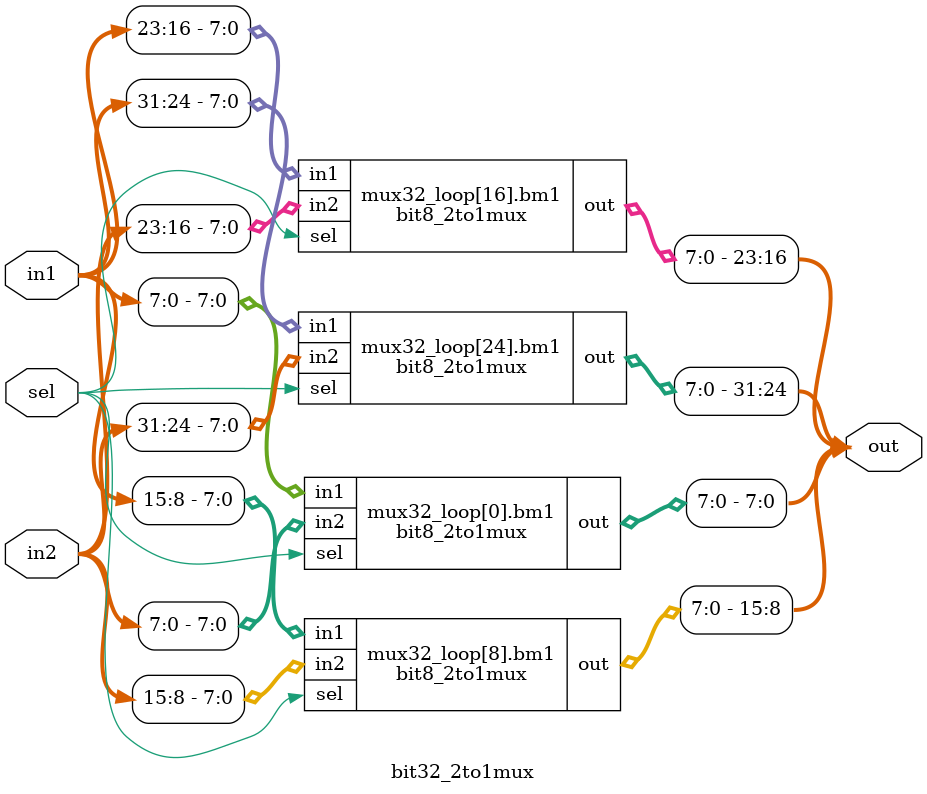
<source format=v>
module mux2to1(out,sel,in1,in2);

    input in1,in2,sel;
    output out;
    wire not_sel,a1,a2;
    not (not_sel,sel);
    and (a1,sel,in2);
    and (a2,not_sel,in1);
    or(out,a1,a2);
    
endmodule

module bit8_2to1mux(out,sel,in1,in2);

	input [7:0]in1,in2;
	output [7:0]out;
	input sel;
  	genvar j; //this is the variable that is be used in the generate //block

	generate for (j=0; j<=7; j=j+1)

		begin: mux_loop //mux_loop is the name of the loop

	  	mux2to1 m1(out[j],sel,in1[j],in2[j]); //mux2to1 is instantiated every time it is called
		end
	
	endgenerate
endmodule

module bit32_2to1mux(out,sel,in1,in2);

	input [31:0]in1,in2;
	output [31:0]out;
	input sel;
  	genvar j; //this is the variable that is be used in the generate //block

	generate for (j=0; j<=24; j=j+8)

		begin: mux32_loop //mux_loop is the name of the loop

	  	bit8_2to1mux bm1(out[(j+7):j],sel,in1[(j+7):j],in2[(j+7):j]); //mux2to1 is instantiated every time it is called
		end
	
	endgenerate	
	
endmodule
</source>
